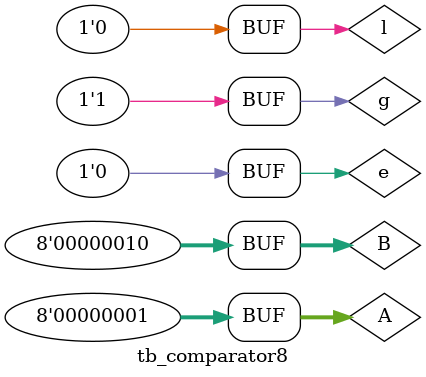
<source format=v>
/*--  *******************************************************
--  Computer Architecture Course, Laboratory Sources 
--  Amirkabir University of Technology (Tehran Polytechnic)
--  Department of Computer Engineering (CE-AUT)
--  https://ce[dot]aut[dot]ac[dot]ir
--  *******************************************************
--  All Rights reserved (C) 2019-2020
--  *******************************************************
--  Student ID  : 9831075
--  Student Name: Mina Beiki
--  Student Mail: 
--  *******************************************************
--  Additional Comments:
--
--*/

/*-----------------------------------------------------------
---  Module Name: Decoder Testbench
---  Description: Lab 05 Part 1 Testbench
-----------------------------------------------------------*/
`timescale 1 ns/1 ns


module tb_comparator8 ();

reg [7:0] A;
reg [7:0] B;
reg l;
reg e;
reg g;
wire lt;
wire et;
wire gt;

	comparator8 test_comparator8 (.A(A), .B(B), .l(l), .e(e), .g(g), .lt(lt), .et(et), .gt(gt));


	initial 
		begin
		//equal
		A <= 8'b00000001;
		B <= 8'b00000001;
		
		l <= 1'b0;
		e <= 1'b1;
		g <= 1'b0;
		# 10 ;
		l <= 1'b1;
		e <= 1'b0;
		g <= 1'b0;
		# 10 ;
		l <= 1'b0;
		e <= 1'b0;
		g <= 1'b1;
		# 20 ;
		//A greater than B
		A <= 8'b00000010;
		B <= 8'b00000001;
		
		l <= 1'b0;
		e <= 1'b1;
		g <= 1'b0;
		# 10 ;
		l <= 1'b1;
		e <= 1'b0;
		g <= 1'b0;
		# 10 ;
		l <= 1'b0;
		e <= 1'b0;
		g <= 1'b1;
		# 20;
		//A less than B
		A <= 8'b00000001;
		B <= 8'b00000010;
		
		l <= 1'b0;
		e <= 1'b1;
		g <= 1'b0;
		# 10 ;
		l <= 1'b1;
		e <= 1'b0;
		g <= 1'b0;
		# 10 ;
		l <= 1'b0;
		e <= 1'b0;
		g <= 1'b1;
		# 20;
		
		
	end

endmodule

</source>
